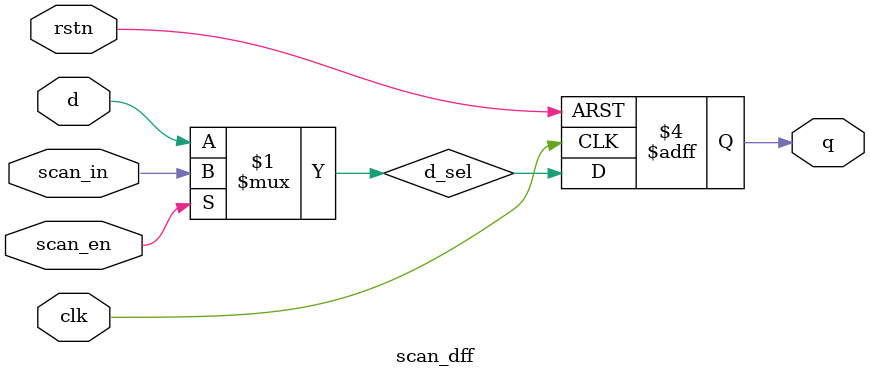
<source format=v>
module scan_dff (
    input d,
    input scan_in,
    input clk,
    input rstn,
    input scan_en,
    output reg q
);

  wire d_sel;
  assign d_sel = scan_en ? scan_in : d;

  always @(posedge clk or negedge rstn) begin
    if (!rstn) begin
      q <= 1'b0;
    end else begin
      q <= d_sel;
    end
  end
endmodule  // scan_dff

</source>
